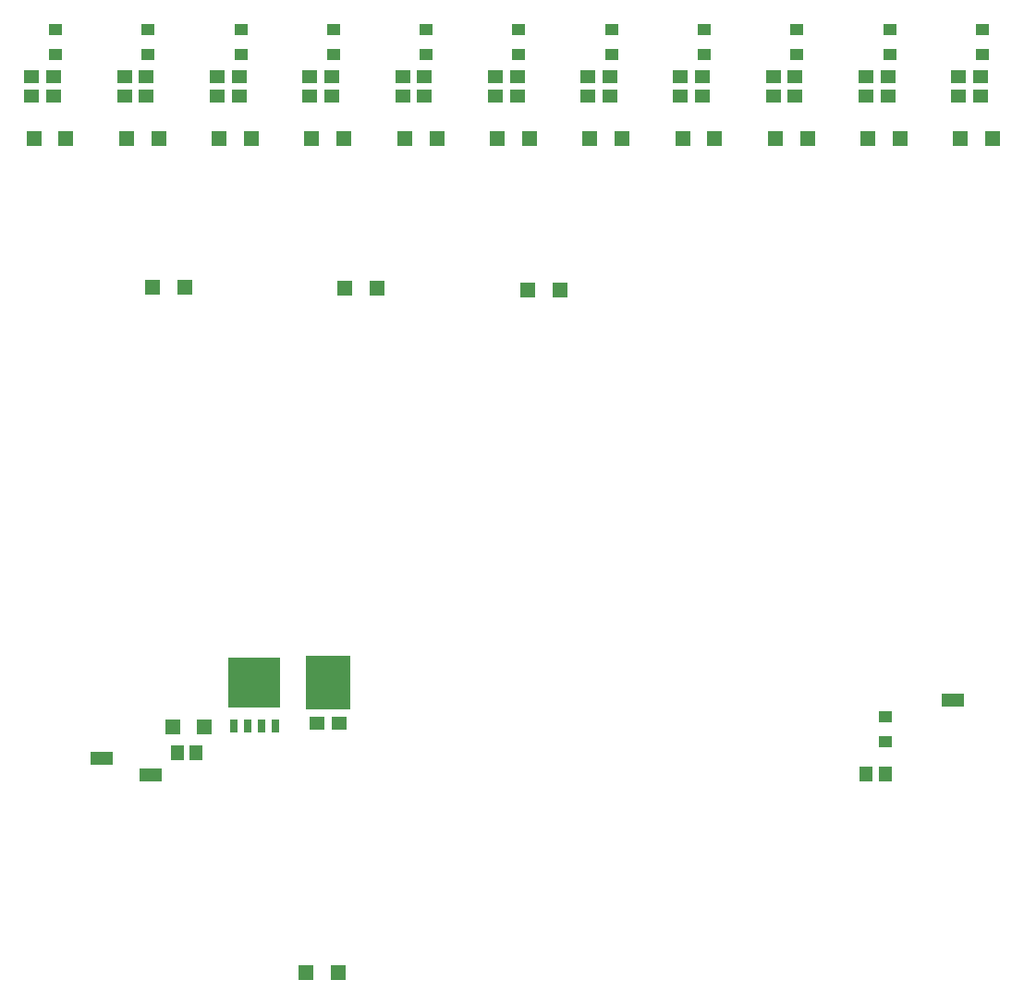
<source format=gbr>
%TF.GenerationSoftware,Altium Limited,Altium Designer,19.0.10 (269)*%
G04 Layer_Color=8421504*
%FSLAX26Y26*%
%MOIN*%
%TF.FileFunction,Paste,Top*%
%TF.Part,Single*%
G01*
G75*
%TA.AperFunction,SMDPad,CuDef*%
%ADD10R,0.080709X0.045276*%
%ADD11R,0.053150X0.057087*%
%ADD12R,0.051181X0.043307*%
%ADD13R,0.053150X0.045276*%
%ADD14R,0.045276X0.053150*%
%ADD15R,0.185039X0.181102*%
%ADD16R,0.027559X0.045276*%
%ADD17R,0.057087X0.051181*%
%ADD18R,0.163386X0.192913*%
D10*
X4200000Y1660000D02*
D03*
X1130000Y1451783D02*
D03*
X1307000Y1389627D02*
D03*
D11*
X2784661Y3141000D02*
D03*
X2668520D02*
D03*
X2125071Y3146000D02*
D03*
X2008929D02*
D03*
X1430071Y3150000D02*
D03*
X1313929D02*
D03*
X1868520Y679000D02*
D03*
X1984661D02*
D03*
X1670943Y3686000D02*
D03*
X1554801D02*
D03*
X1336652D02*
D03*
X1220510D02*
D03*
X1002361D02*
D03*
X886220D02*
D03*
X2005233D02*
D03*
X1889092D02*
D03*
X3676686D02*
D03*
X3560545D02*
D03*
X4345267D02*
D03*
X4229126D02*
D03*
X4010977D02*
D03*
X3894835D02*
D03*
X2673814D02*
D03*
X2557673D02*
D03*
X2339524D02*
D03*
X2223382D02*
D03*
X3342396D02*
D03*
X3226254D02*
D03*
X3008105D02*
D03*
X2891963D02*
D03*
X1502362Y1564362D02*
D03*
X1386221D02*
D03*
D12*
X1967162Y3990724D02*
D03*
Y4081276D02*
D03*
X2301453Y3990724D02*
D03*
Y4081276D02*
D03*
X2635744Y3990724D02*
D03*
Y4081276D02*
D03*
X2970034Y3990724D02*
D03*
Y4081276D02*
D03*
X3304325Y3990724D02*
D03*
Y4081276D02*
D03*
X3638615Y3990724D02*
D03*
Y4081276D02*
D03*
X3972906Y3990724D02*
D03*
Y4081276D02*
D03*
X4307197Y3990724D02*
D03*
Y4081276D02*
D03*
X1632872Y3990724D02*
D03*
Y4081276D02*
D03*
X1298581Y3990724D02*
D03*
Y4081276D02*
D03*
X964291Y3990724D02*
D03*
Y4081276D02*
D03*
X3958308Y1601071D02*
D03*
Y1510520D02*
D03*
D13*
X879016Y3841276D02*
D03*
Y3910173D02*
D03*
X1213307Y3841276D02*
D03*
Y3910173D02*
D03*
X1547597Y3841276D02*
D03*
Y3910173D02*
D03*
X1881888Y3841276D02*
D03*
Y3910173D02*
D03*
X2216179Y3841276D02*
D03*
Y3910173D02*
D03*
X3887632Y3841276D02*
D03*
Y3910173D02*
D03*
X4221922Y3841276D02*
D03*
Y3910173D02*
D03*
X3553341Y3841276D02*
D03*
Y3910173D02*
D03*
X3219050Y3841276D02*
D03*
Y3910173D02*
D03*
X2884760Y3841276D02*
D03*
Y3910173D02*
D03*
X2550469Y3841276D02*
D03*
Y3910173D02*
D03*
X3632633Y3910174D02*
D03*
Y3841276D02*
D03*
X3966923Y3910174D02*
D03*
Y3841276D02*
D03*
X4301214Y3910174D02*
D03*
Y3841276D02*
D03*
X1961179Y3910174D02*
D03*
Y3841276D02*
D03*
X2295470Y3910174D02*
D03*
Y3841276D02*
D03*
X2629761Y3910174D02*
D03*
Y3841276D02*
D03*
X2964051Y3910174D02*
D03*
Y3841276D02*
D03*
X3298342Y3910174D02*
D03*
Y3841276D02*
D03*
X1626889Y3910174D02*
D03*
Y3841276D02*
D03*
X958308Y3910174D02*
D03*
Y3841276D02*
D03*
X1292598Y3910174D02*
D03*
Y3841276D02*
D03*
D14*
X3889411Y1393000D02*
D03*
X3958308D02*
D03*
X1471740Y1469362D02*
D03*
X1402843D02*
D03*
D15*
X1681923Y1724173D02*
D03*
D16*
X1756923Y1566693D02*
D03*
X1706923D02*
D03*
X1656923D02*
D03*
X1606923D02*
D03*
D17*
X1906920Y1579055D02*
D03*
X1986920D02*
D03*
D18*
X1946920Y1725000D02*
D03*
%TF.MD5,79fc3dab63381bd638c47eaf143a3769*%
M02*

</source>
